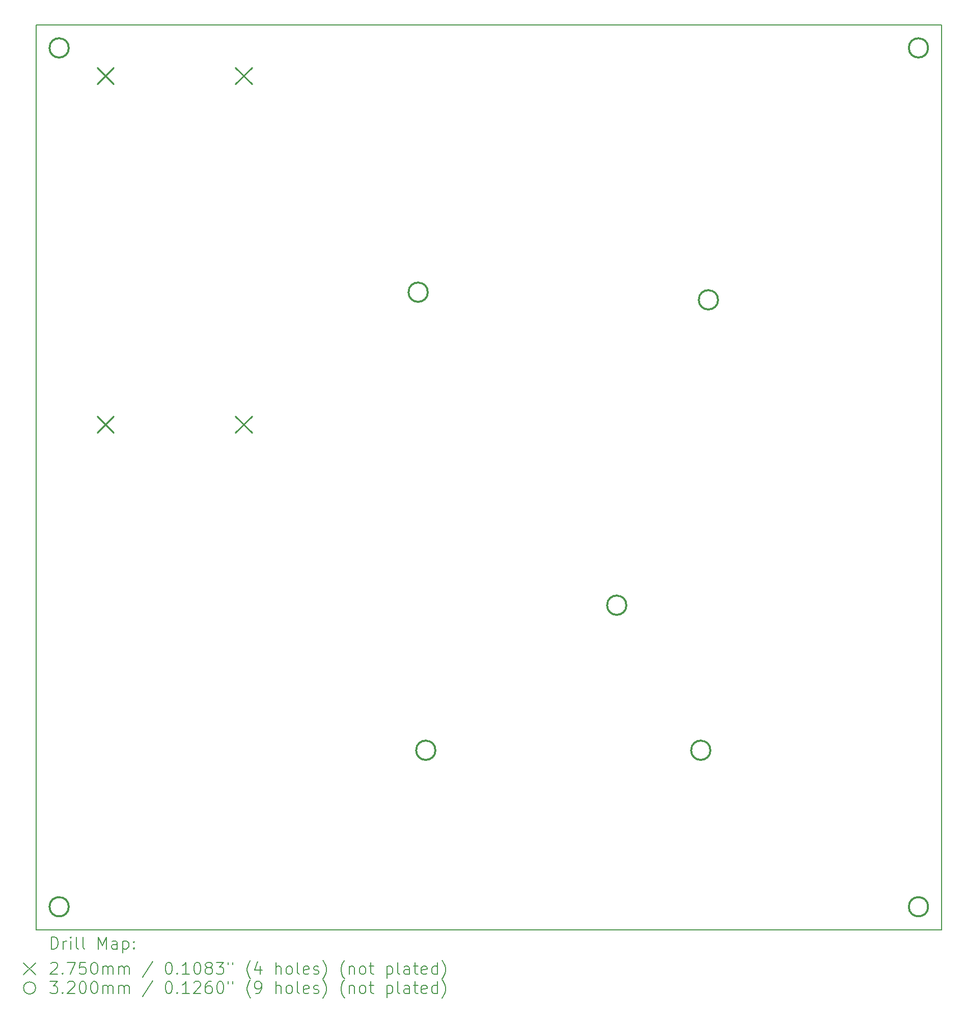
<source format=gbr>
%TF.GenerationSoftware,KiCad,Pcbnew,7.0.10*%
%TF.CreationDate,2024-03-01T12:45:31+01:00*%
%TF.ProjectId,zapdos,7a617064-6f73-42e6-9b69-6361645f7063,rev?*%
%TF.SameCoordinates,Original*%
%TF.FileFunction,Drillmap*%
%TF.FilePolarity,Positive*%
%FSLAX45Y45*%
G04 Gerber Fmt 4.5, Leading zero omitted, Abs format (unit mm)*
G04 Created by KiCad (PCBNEW 7.0.10) date 2024-03-01 12:45:31*
%MOMM*%
%LPD*%
G01*
G04 APERTURE LIST*
%ADD10C,0.200000*%
%ADD11C,0.275000*%
%ADD12C,0.320000*%
G04 APERTURE END LIST*
D10*
X18097500Y-2222500D02*
X3048000Y-2222500D01*
X3048000Y-17272000D02*
X18097500Y-17272000D01*
X18097500Y-17272000D02*
X18097500Y-2222500D01*
X3048000Y-2222500D02*
X3048000Y-17272000D01*
D11*
X4059500Y-2931500D02*
X4334500Y-3206500D01*
X4334500Y-2931500D02*
X4059500Y-3206500D01*
X4059500Y-8731500D02*
X4334500Y-9006500D01*
X4334500Y-8731500D02*
X4059500Y-9006500D01*
X6359500Y-2931500D02*
X6634500Y-3206500D01*
X6634500Y-2931500D02*
X6359500Y-3206500D01*
X6359500Y-8731500D02*
X6634500Y-9006500D01*
X6634500Y-8731500D02*
X6359500Y-9006500D01*
D12*
X3589000Y-2603500D02*
G75*
G03*
X3269000Y-2603500I-160000J0D01*
G01*
X3269000Y-2603500D02*
G75*
G03*
X3589000Y-2603500I160000J0D01*
G01*
X3589000Y-16891000D02*
G75*
G03*
X3269000Y-16891000I-160000J0D01*
G01*
X3269000Y-16891000D02*
G75*
G03*
X3589000Y-16891000I160000J0D01*
G01*
X9558000Y-6667500D02*
G75*
G03*
X9238000Y-6667500I-160000J0D01*
G01*
X9238000Y-6667500D02*
G75*
G03*
X9558000Y-6667500I160000J0D01*
G01*
X9685000Y-14287500D02*
G75*
G03*
X9365000Y-14287500I-160000J0D01*
G01*
X9365000Y-14287500D02*
G75*
G03*
X9685000Y-14287500I160000J0D01*
G01*
X12860000Y-11874500D02*
G75*
G03*
X12540000Y-11874500I-160000J0D01*
G01*
X12540000Y-11874500D02*
G75*
G03*
X12860000Y-11874500I160000J0D01*
G01*
X14257000Y-14287500D02*
G75*
G03*
X13937000Y-14287500I-160000J0D01*
G01*
X13937000Y-14287500D02*
G75*
G03*
X14257000Y-14287500I160000J0D01*
G01*
X14384000Y-6794500D02*
G75*
G03*
X14064000Y-6794500I-160000J0D01*
G01*
X14064000Y-6794500D02*
G75*
G03*
X14384000Y-6794500I160000J0D01*
G01*
X17876500Y-2603500D02*
G75*
G03*
X17556500Y-2603500I-160000J0D01*
G01*
X17556500Y-2603500D02*
G75*
G03*
X17876500Y-2603500I160000J0D01*
G01*
X17876500Y-16891000D02*
G75*
G03*
X17556500Y-16891000I-160000J0D01*
G01*
X17556500Y-16891000D02*
G75*
G03*
X17876500Y-16891000I160000J0D01*
G01*
D10*
X3298777Y-17593484D02*
X3298777Y-17393484D01*
X3298777Y-17393484D02*
X3346396Y-17393484D01*
X3346396Y-17393484D02*
X3374967Y-17403008D01*
X3374967Y-17403008D02*
X3394015Y-17422055D01*
X3394015Y-17422055D02*
X3403539Y-17441103D01*
X3403539Y-17441103D02*
X3413062Y-17479198D01*
X3413062Y-17479198D02*
X3413062Y-17507770D01*
X3413062Y-17507770D02*
X3403539Y-17545865D01*
X3403539Y-17545865D02*
X3394015Y-17564912D01*
X3394015Y-17564912D02*
X3374967Y-17583960D01*
X3374967Y-17583960D02*
X3346396Y-17593484D01*
X3346396Y-17593484D02*
X3298777Y-17593484D01*
X3498777Y-17593484D02*
X3498777Y-17460150D01*
X3498777Y-17498246D02*
X3508301Y-17479198D01*
X3508301Y-17479198D02*
X3517824Y-17469674D01*
X3517824Y-17469674D02*
X3536872Y-17460150D01*
X3536872Y-17460150D02*
X3555920Y-17460150D01*
X3622586Y-17593484D02*
X3622586Y-17460150D01*
X3622586Y-17393484D02*
X3613062Y-17403008D01*
X3613062Y-17403008D02*
X3622586Y-17412531D01*
X3622586Y-17412531D02*
X3632110Y-17403008D01*
X3632110Y-17403008D02*
X3622586Y-17393484D01*
X3622586Y-17393484D02*
X3622586Y-17412531D01*
X3746396Y-17593484D02*
X3727348Y-17583960D01*
X3727348Y-17583960D02*
X3717824Y-17564912D01*
X3717824Y-17564912D02*
X3717824Y-17393484D01*
X3851158Y-17593484D02*
X3832110Y-17583960D01*
X3832110Y-17583960D02*
X3822586Y-17564912D01*
X3822586Y-17564912D02*
X3822586Y-17393484D01*
X4079729Y-17593484D02*
X4079729Y-17393484D01*
X4079729Y-17393484D02*
X4146396Y-17536341D01*
X4146396Y-17536341D02*
X4213063Y-17393484D01*
X4213063Y-17393484D02*
X4213063Y-17593484D01*
X4394015Y-17593484D02*
X4394015Y-17488722D01*
X4394015Y-17488722D02*
X4384491Y-17469674D01*
X4384491Y-17469674D02*
X4365444Y-17460150D01*
X4365444Y-17460150D02*
X4327348Y-17460150D01*
X4327348Y-17460150D02*
X4308301Y-17469674D01*
X4394015Y-17583960D02*
X4374967Y-17593484D01*
X4374967Y-17593484D02*
X4327348Y-17593484D01*
X4327348Y-17593484D02*
X4308301Y-17583960D01*
X4308301Y-17583960D02*
X4298777Y-17564912D01*
X4298777Y-17564912D02*
X4298777Y-17545865D01*
X4298777Y-17545865D02*
X4308301Y-17526817D01*
X4308301Y-17526817D02*
X4327348Y-17517293D01*
X4327348Y-17517293D02*
X4374967Y-17517293D01*
X4374967Y-17517293D02*
X4394015Y-17507770D01*
X4489253Y-17460150D02*
X4489253Y-17660150D01*
X4489253Y-17469674D02*
X4508301Y-17460150D01*
X4508301Y-17460150D02*
X4546396Y-17460150D01*
X4546396Y-17460150D02*
X4565444Y-17469674D01*
X4565444Y-17469674D02*
X4574967Y-17479198D01*
X4574967Y-17479198D02*
X4584491Y-17498246D01*
X4584491Y-17498246D02*
X4584491Y-17555389D01*
X4584491Y-17555389D02*
X4574967Y-17574436D01*
X4574967Y-17574436D02*
X4565444Y-17583960D01*
X4565444Y-17583960D02*
X4546396Y-17593484D01*
X4546396Y-17593484D02*
X4508301Y-17593484D01*
X4508301Y-17593484D02*
X4489253Y-17583960D01*
X4670205Y-17574436D02*
X4679729Y-17583960D01*
X4679729Y-17583960D02*
X4670205Y-17593484D01*
X4670205Y-17593484D02*
X4660682Y-17583960D01*
X4660682Y-17583960D02*
X4670205Y-17574436D01*
X4670205Y-17574436D02*
X4670205Y-17593484D01*
X4670205Y-17469674D02*
X4679729Y-17479198D01*
X4679729Y-17479198D02*
X4670205Y-17488722D01*
X4670205Y-17488722D02*
X4660682Y-17479198D01*
X4660682Y-17479198D02*
X4670205Y-17469674D01*
X4670205Y-17469674D02*
X4670205Y-17488722D01*
X2838000Y-17822000D02*
X3038000Y-18022000D01*
X3038000Y-17822000D02*
X2838000Y-18022000D01*
X3289253Y-17832531D02*
X3298777Y-17823008D01*
X3298777Y-17823008D02*
X3317824Y-17813484D01*
X3317824Y-17813484D02*
X3365443Y-17813484D01*
X3365443Y-17813484D02*
X3384491Y-17823008D01*
X3384491Y-17823008D02*
X3394015Y-17832531D01*
X3394015Y-17832531D02*
X3403539Y-17851579D01*
X3403539Y-17851579D02*
X3403539Y-17870627D01*
X3403539Y-17870627D02*
X3394015Y-17899198D01*
X3394015Y-17899198D02*
X3279729Y-18013484D01*
X3279729Y-18013484D02*
X3403539Y-18013484D01*
X3489253Y-17994436D02*
X3498777Y-18003960D01*
X3498777Y-18003960D02*
X3489253Y-18013484D01*
X3489253Y-18013484D02*
X3479729Y-18003960D01*
X3479729Y-18003960D02*
X3489253Y-17994436D01*
X3489253Y-17994436D02*
X3489253Y-18013484D01*
X3565443Y-17813484D02*
X3698777Y-17813484D01*
X3698777Y-17813484D02*
X3613062Y-18013484D01*
X3870205Y-17813484D02*
X3774967Y-17813484D01*
X3774967Y-17813484D02*
X3765443Y-17908722D01*
X3765443Y-17908722D02*
X3774967Y-17899198D01*
X3774967Y-17899198D02*
X3794015Y-17889674D01*
X3794015Y-17889674D02*
X3841634Y-17889674D01*
X3841634Y-17889674D02*
X3860682Y-17899198D01*
X3860682Y-17899198D02*
X3870205Y-17908722D01*
X3870205Y-17908722D02*
X3879729Y-17927770D01*
X3879729Y-17927770D02*
X3879729Y-17975389D01*
X3879729Y-17975389D02*
X3870205Y-17994436D01*
X3870205Y-17994436D02*
X3860682Y-18003960D01*
X3860682Y-18003960D02*
X3841634Y-18013484D01*
X3841634Y-18013484D02*
X3794015Y-18013484D01*
X3794015Y-18013484D02*
X3774967Y-18003960D01*
X3774967Y-18003960D02*
X3765443Y-17994436D01*
X4003539Y-17813484D02*
X4022586Y-17813484D01*
X4022586Y-17813484D02*
X4041634Y-17823008D01*
X4041634Y-17823008D02*
X4051158Y-17832531D01*
X4051158Y-17832531D02*
X4060682Y-17851579D01*
X4060682Y-17851579D02*
X4070205Y-17889674D01*
X4070205Y-17889674D02*
X4070205Y-17937293D01*
X4070205Y-17937293D02*
X4060682Y-17975389D01*
X4060682Y-17975389D02*
X4051158Y-17994436D01*
X4051158Y-17994436D02*
X4041634Y-18003960D01*
X4041634Y-18003960D02*
X4022586Y-18013484D01*
X4022586Y-18013484D02*
X4003539Y-18013484D01*
X4003539Y-18013484D02*
X3984491Y-18003960D01*
X3984491Y-18003960D02*
X3974967Y-17994436D01*
X3974967Y-17994436D02*
X3965443Y-17975389D01*
X3965443Y-17975389D02*
X3955920Y-17937293D01*
X3955920Y-17937293D02*
X3955920Y-17889674D01*
X3955920Y-17889674D02*
X3965443Y-17851579D01*
X3965443Y-17851579D02*
X3974967Y-17832531D01*
X3974967Y-17832531D02*
X3984491Y-17823008D01*
X3984491Y-17823008D02*
X4003539Y-17813484D01*
X4155920Y-18013484D02*
X4155920Y-17880150D01*
X4155920Y-17899198D02*
X4165443Y-17889674D01*
X4165443Y-17889674D02*
X4184491Y-17880150D01*
X4184491Y-17880150D02*
X4213063Y-17880150D01*
X4213063Y-17880150D02*
X4232110Y-17889674D01*
X4232110Y-17889674D02*
X4241634Y-17908722D01*
X4241634Y-17908722D02*
X4241634Y-18013484D01*
X4241634Y-17908722D02*
X4251158Y-17889674D01*
X4251158Y-17889674D02*
X4270205Y-17880150D01*
X4270205Y-17880150D02*
X4298777Y-17880150D01*
X4298777Y-17880150D02*
X4317825Y-17889674D01*
X4317825Y-17889674D02*
X4327348Y-17908722D01*
X4327348Y-17908722D02*
X4327348Y-18013484D01*
X4422586Y-18013484D02*
X4422586Y-17880150D01*
X4422586Y-17899198D02*
X4432110Y-17889674D01*
X4432110Y-17889674D02*
X4451158Y-17880150D01*
X4451158Y-17880150D02*
X4479729Y-17880150D01*
X4479729Y-17880150D02*
X4498777Y-17889674D01*
X4498777Y-17889674D02*
X4508301Y-17908722D01*
X4508301Y-17908722D02*
X4508301Y-18013484D01*
X4508301Y-17908722D02*
X4517825Y-17889674D01*
X4517825Y-17889674D02*
X4536872Y-17880150D01*
X4536872Y-17880150D02*
X4565444Y-17880150D01*
X4565444Y-17880150D02*
X4584491Y-17889674D01*
X4584491Y-17889674D02*
X4594015Y-17908722D01*
X4594015Y-17908722D02*
X4594015Y-18013484D01*
X4984491Y-17803960D02*
X4813063Y-18061103D01*
X5241634Y-17813484D02*
X5260682Y-17813484D01*
X5260682Y-17813484D02*
X5279729Y-17823008D01*
X5279729Y-17823008D02*
X5289253Y-17832531D01*
X5289253Y-17832531D02*
X5298777Y-17851579D01*
X5298777Y-17851579D02*
X5308301Y-17889674D01*
X5308301Y-17889674D02*
X5308301Y-17937293D01*
X5308301Y-17937293D02*
X5298777Y-17975389D01*
X5298777Y-17975389D02*
X5289253Y-17994436D01*
X5289253Y-17994436D02*
X5279729Y-18003960D01*
X5279729Y-18003960D02*
X5260682Y-18013484D01*
X5260682Y-18013484D02*
X5241634Y-18013484D01*
X5241634Y-18013484D02*
X5222587Y-18003960D01*
X5222587Y-18003960D02*
X5213063Y-17994436D01*
X5213063Y-17994436D02*
X5203539Y-17975389D01*
X5203539Y-17975389D02*
X5194015Y-17937293D01*
X5194015Y-17937293D02*
X5194015Y-17889674D01*
X5194015Y-17889674D02*
X5203539Y-17851579D01*
X5203539Y-17851579D02*
X5213063Y-17832531D01*
X5213063Y-17832531D02*
X5222587Y-17823008D01*
X5222587Y-17823008D02*
X5241634Y-17813484D01*
X5394015Y-17994436D02*
X5403539Y-18003960D01*
X5403539Y-18003960D02*
X5394015Y-18013484D01*
X5394015Y-18013484D02*
X5384491Y-18003960D01*
X5384491Y-18003960D02*
X5394015Y-17994436D01*
X5394015Y-17994436D02*
X5394015Y-18013484D01*
X5594015Y-18013484D02*
X5479729Y-18013484D01*
X5536872Y-18013484D02*
X5536872Y-17813484D01*
X5536872Y-17813484D02*
X5517825Y-17842055D01*
X5517825Y-17842055D02*
X5498777Y-17861103D01*
X5498777Y-17861103D02*
X5479729Y-17870627D01*
X5717825Y-17813484D02*
X5736872Y-17813484D01*
X5736872Y-17813484D02*
X5755920Y-17823008D01*
X5755920Y-17823008D02*
X5765444Y-17832531D01*
X5765444Y-17832531D02*
X5774967Y-17851579D01*
X5774967Y-17851579D02*
X5784491Y-17889674D01*
X5784491Y-17889674D02*
X5784491Y-17937293D01*
X5784491Y-17937293D02*
X5774967Y-17975389D01*
X5774967Y-17975389D02*
X5765444Y-17994436D01*
X5765444Y-17994436D02*
X5755920Y-18003960D01*
X5755920Y-18003960D02*
X5736872Y-18013484D01*
X5736872Y-18013484D02*
X5717825Y-18013484D01*
X5717825Y-18013484D02*
X5698777Y-18003960D01*
X5698777Y-18003960D02*
X5689253Y-17994436D01*
X5689253Y-17994436D02*
X5679729Y-17975389D01*
X5679729Y-17975389D02*
X5670206Y-17937293D01*
X5670206Y-17937293D02*
X5670206Y-17889674D01*
X5670206Y-17889674D02*
X5679729Y-17851579D01*
X5679729Y-17851579D02*
X5689253Y-17832531D01*
X5689253Y-17832531D02*
X5698777Y-17823008D01*
X5698777Y-17823008D02*
X5717825Y-17813484D01*
X5898777Y-17899198D02*
X5879729Y-17889674D01*
X5879729Y-17889674D02*
X5870206Y-17880150D01*
X5870206Y-17880150D02*
X5860682Y-17861103D01*
X5860682Y-17861103D02*
X5860682Y-17851579D01*
X5860682Y-17851579D02*
X5870206Y-17832531D01*
X5870206Y-17832531D02*
X5879729Y-17823008D01*
X5879729Y-17823008D02*
X5898777Y-17813484D01*
X5898777Y-17813484D02*
X5936872Y-17813484D01*
X5936872Y-17813484D02*
X5955920Y-17823008D01*
X5955920Y-17823008D02*
X5965444Y-17832531D01*
X5965444Y-17832531D02*
X5974967Y-17851579D01*
X5974967Y-17851579D02*
X5974967Y-17861103D01*
X5974967Y-17861103D02*
X5965444Y-17880150D01*
X5965444Y-17880150D02*
X5955920Y-17889674D01*
X5955920Y-17889674D02*
X5936872Y-17899198D01*
X5936872Y-17899198D02*
X5898777Y-17899198D01*
X5898777Y-17899198D02*
X5879729Y-17908722D01*
X5879729Y-17908722D02*
X5870206Y-17918246D01*
X5870206Y-17918246D02*
X5860682Y-17937293D01*
X5860682Y-17937293D02*
X5860682Y-17975389D01*
X5860682Y-17975389D02*
X5870206Y-17994436D01*
X5870206Y-17994436D02*
X5879729Y-18003960D01*
X5879729Y-18003960D02*
X5898777Y-18013484D01*
X5898777Y-18013484D02*
X5936872Y-18013484D01*
X5936872Y-18013484D02*
X5955920Y-18003960D01*
X5955920Y-18003960D02*
X5965444Y-17994436D01*
X5965444Y-17994436D02*
X5974967Y-17975389D01*
X5974967Y-17975389D02*
X5974967Y-17937293D01*
X5974967Y-17937293D02*
X5965444Y-17918246D01*
X5965444Y-17918246D02*
X5955920Y-17908722D01*
X5955920Y-17908722D02*
X5936872Y-17899198D01*
X6041634Y-17813484D02*
X6165444Y-17813484D01*
X6165444Y-17813484D02*
X6098777Y-17889674D01*
X6098777Y-17889674D02*
X6127348Y-17889674D01*
X6127348Y-17889674D02*
X6146396Y-17899198D01*
X6146396Y-17899198D02*
X6155920Y-17908722D01*
X6155920Y-17908722D02*
X6165444Y-17927770D01*
X6165444Y-17927770D02*
X6165444Y-17975389D01*
X6165444Y-17975389D02*
X6155920Y-17994436D01*
X6155920Y-17994436D02*
X6146396Y-18003960D01*
X6146396Y-18003960D02*
X6127348Y-18013484D01*
X6127348Y-18013484D02*
X6070206Y-18013484D01*
X6070206Y-18013484D02*
X6051158Y-18003960D01*
X6051158Y-18003960D02*
X6041634Y-17994436D01*
X6241634Y-17813484D02*
X6241634Y-17851579D01*
X6317825Y-17813484D02*
X6317825Y-17851579D01*
X6613063Y-18089674D02*
X6603539Y-18080150D01*
X6603539Y-18080150D02*
X6584491Y-18051579D01*
X6584491Y-18051579D02*
X6574968Y-18032531D01*
X6574968Y-18032531D02*
X6565444Y-18003960D01*
X6565444Y-18003960D02*
X6555920Y-17956341D01*
X6555920Y-17956341D02*
X6555920Y-17918246D01*
X6555920Y-17918246D02*
X6565444Y-17870627D01*
X6565444Y-17870627D02*
X6574968Y-17842055D01*
X6574968Y-17842055D02*
X6584491Y-17823008D01*
X6584491Y-17823008D02*
X6603539Y-17794436D01*
X6603539Y-17794436D02*
X6613063Y-17784912D01*
X6774968Y-17880150D02*
X6774968Y-18013484D01*
X6727348Y-17803960D02*
X6679729Y-17946817D01*
X6679729Y-17946817D02*
X6803539Y-17946817D01*
X7032110Y-18013484D02*
X7032110Y-17813484D01*
X7117825Y-18013484D02*
X7117825Y-17908722D01*
X7117825Y-17908722D02*
X7108301Y-17889674D01*
X7108301Y-17889674D02*
X7089253Y-17880150D01*
X7089253Y-17880150D02*
X7060682Y-17880150D01*
X7060682Y-17880150D02*
X7041634Y-17889674D01*
X7041634Y-17889674D02*
X7032110Y-17899198D01*
X7241634Y-18013484D02*
X7222587Y-18003960D01*
X7222587Y-18003960D02*
X7213063Y-17994436D01*
X7213063Y-17994436D02*
X7203539Y-17975389D01*
X7203539Y-17975389D02*
X7203539Y-17918246D01*
X7203539Y-17918246D02*
X7213063Y-17899198D01*
X7213063Y-17899198D02*
X7222587Y-17889674D01*
X7222587Y-17889674D02*
X7241634Y-17880150D01*
X7241634Y-17880150D02*
X7270206Y-17880150D01*
X7270206Y-17880150D02*
X7289253Y-17889674D01*
X7289253Y-17889674D02*
X7298777Y-17899198D01*
X7298777Y-17899198D02*
X7308301Y-17918246D01*
X7308301Y-17918246D02*
X7308301Y-17975389D01*
X7308301Y-17975389D02*
X7298777Y-17994436D01*
X7298777Y-17994436D02*
X7289253Y-18003960D01*
X7289253Y-18003960D02*
X7270206Y-18013484D01*
X7270206Y-18013484D02*
X7241634Y-18013484D01*
X7422587Y-18013484D02*
X7403539Y-18003960D01*
X7403539Y-18003960D02*
X7394015Y-17984912D01*
X7394015Y-17984912D02*
X7394015Y-17813484D01*
X7574968Y-18003960D02*
X7555920Y-18013484D01*
X7555920Y-18013484D02*
X7517825Y-18013484D01*
X7517825Y-18013484D02*
X7498777Y-18003960D01*
X7498777Y-18003960D02*
X7489253Y-17984912D01*
X7489253Y-17984912D02*
X7489253Y-17908722D01*
X7489253Y-17908722D02*
X7498777Y-17889674D01*
X7498777Y-17889674D02*
X7517825Y-17880150D01*
X7517825Y-17880150D02*
X7555920Y-17880150D01*
X7555920Y-17880150D02*
X7574968Y-17889674D01*
X7574968Y-17889674D02*
X7584491Y-17908722D01*
X7584491Y-17908722D02*
X7584491Y-17927770D01*
X7584491Y-17927770D02*
X7489253Y-17946817D01*
X7660682Y-18003960D02*
X7679730Y-18013484D01*
X7679730Y-18013484D02*
X7717825Y-18013484D01*
X7717825Y-18013484D02*
X7736872Y-18003960D01*
X7736872Y-18003960D02*
X7746396Y-17984912D01*
X7746396Y-17984912D02*
X7746396Y-17975389D01*
X7746396Y-17975389D02*
X7736872Y-17956341D01*
X7736872Y-17956341D02*
X7717825Y-17946817D01*
X7717825Y-17946817D02*
X7689253Y-17946817D01*
X7689253Y-17946817D02*
X7670206Y-17937293D01*
X7670206Y-17937293D02*
X7660682Y-17918246D01*
X7660682Y-17918246D02*
X7660682Y-17908722D01*
X7660682Y-17908722D02*
X7670206Y-17889674D01*
X7670206Y-17889674D02*
X7689253Y-17880150D01*
X7689253Y-17880150D02*
X7717825Y-17880150D01*
X7717825Y-17880150D02*
X7736872Y-17889674D01*
X7813063Y-18089674D02*
X7822587Y-18080150D01*
X7822587Y-18080150D02*
X7841634Y-18051579D01*
X7841634Y-18051579D02*
X7851158Y-18032531D01*
X7851158Y-18032531D02*
X7860682Y-18003960D01*
X7860682Y-18003960D02*
X7870206Y-17956341D01*
X7870206Y-17956341D02*
X7870206Y-17918246D01*
X7870206Y-17918246D02*
X7860682Y-17870627D01*
X7860682Y-17870627D02*
X7851158Y-17842055D01*
X7851158Y-17842055D02*
X7841634Y-17823008D01*
X7841634Y-17823008D02*
X7822587Y-17794436D01*
X7822587Y-17794436D02*
X7813063Y-17784912D01*
X8174968Y-18089674D02*
X8165444Y-18080150D01*
X8165444Y-18080150D02*
X8146396Y-18051579D01*
X8146396Y-18051579D02*
X8136872Y-18032531D01*
X8136872Y-18032531D02*
X8127349Y-18003960D01*
X8127349Y-18003960D02*
X8117825Y-17956341D01*
X8117825Y-17956341D02*
X8117825Y-17918246D01*
X8117825Y-17918246D02*
X8127349Y-17870627D01*
X8127349Y-17870627D02*
X8136872Y-17842055D01*
X8136872Y-17842055D02*
X8146396Y-17823008D01*
X8146396Y-17823008D02*
X8165444Y-17794436D01*
X8165444Y-17794436D02*
X8174968Y-17784912D01*
X8251158Y-17880150D02*
X8251158Y-18013484D01*
X8251158Y-17899198D02*
X8260682Y-17889674D01*
X8260682Y-17889674D02*
X8279730Y-17880150D01*
X8279730Y-17880150D02*
X8308301Y-17880150D01*
X8308301Y-17880150D02*
X8327349Y-17889674D01*
X8327349Y-17889674D02*
X8336872Y-17908722D01*
X8336872Y-17908722D02*
X8336872Y-18013484D01*
X8460682Y-18013484D02*
X8441634Y-18003960D01*
X8441634Y-18003960D02*
X8432111Y-17994436D01*
X8432111Y-17994436D02*
X8422587Y-17975389D01*
X8422587Y-17975389D02*
X8422587Y-17918246D01*
X8422587Y-17918246D02*
X8432111Y-17899198D01*
X8432111Y-17899198D02*
X8441634Y-17889674D01*
X8441634Y-17889674D02*
X8460682Y-17880150D01*
X8460682Y-17880150D02*
X8489254Y-17880150D01*
X8489254Y-17880150D02*
X8508301Y-17889674D01*
X8508301Y-17889674D02*
X8517825Y-17899198D01*
X8517825Y-17899198D02*
X8527349Y-17918246D01*
X8527349Y-17918246D02*
X8527349Y-17975389D01*
X8527349Y-17975389D02*
X8517825Y-17994436D01*
X8517825Y-17994436D02*
X8508301Y-18003960D01*
X8508301Y-18003960D02*
X8489254Y-18013484D01*
X8489254Y-18013484D02*
X8460682Y-18013484D01*
X8584492Y-17880150D02*
X8660682Y-17880150D01*
X8613063Y-17813484D02*
X8613063Y-17984912D01*
X8613063Y-17984912D02*
X8622587Y-18003960D01*
X8622587Y-18003960D02*
X8641634Y-18013484D01*
X8641634Y-18013484D02*
X8660682Y-18013484D01*
X8879730Y-17880150D02*
X8879730Y-18080150D01*
X8879730Y-17889674D02*
X8898777Y-17880150D01*
X8898777Y-17880150D02*
X8936873Y-17880150D01*
X8936873Y-17880150D02*
X8955920Y-17889674D01*
X8955920Y-17889674D02*
X8965444Y-17899198D01*
X8965444Y-17899198D02*
X8974968Y-17918246D01*
X8974968Y-17918246D02*
X8974968Y-17975389D01*
X8974968Y-17975389D02*
X8965444Y-17994436D01*
X8965444Y-17994436D02*
X8955920Y-18003960D01*
X8955920Y-18003960D02*
X8936873Y-18013484D01*
X8936873Y-18013484D02*
X8898777Y-18013484D01*
X8898777Y-18013484D02*
X8879730Y-18003960D01*
X9089254Y-18013484D02*
X9070206Y-18003960D01*
X9070206Y-18003960D02*
X9060682Y-17984912D01*
X9060682Y-17984912D02*
X9060682Y-17813484D01*
X9251158Y-18013484D02*
X9251158Y-17908722D01*
X9251158Y-17908722D02*
X9241635Y-17889674D01*
X9241635Y-17889674D02*
X9222587Y-17880150D01*
X9222587Y-17880150D02*
X9184492Y-17880150D01*
X9184492Y-17880150D02*
X9165444Y-17889674D01*
X9251158Y-18003960D02*
X9232111Y-18013484D01*
X9232111Y-18013484D02*
X9184492Y-18013484D01*
X9184492Y-18013484D02*
X9165444Y-18003960D01*
X9165444Y-18003960D02*
X9155920Y-17984912D01*
X9155920Y-17984912D02*
X9155920Y-17965865D01*
X9155920Y-17965865D02*
X9165444Y-17946817D01*
X9165444Y-17946817D02*
X9184492Y-17937293D01*
X9184492Y-17937293D02*
X9232111Y-17937293D01*
X9232111Y-17937293D02*
X9251158Y-17927770D01*
X9317825Y-17880150D02*
X9394015Y-17880150D01*
X9346396Y-17813484D02*
X9346396Y-17984912D01*
X9346396Y-17984912D02*
X9355920Y-18003960D01*
X9355920Y-18003960D02*
X9374968Y-18013484D01*
X9374968Y-18013484D02*
X9394015Y-18013484D01*
X9536873Y-18003960D02*
X9517825Y-18013484D01*
X9517825Y-18013484D02*
X9479730Y-18013484D01*
X9479730Y-18013484D02*
X9460682Y-18003960D01*
X9460682Y-18003960D02*
X9451158Y-17984912D01*
X9451158Y-17984912D02*
X9451158Y-17908722D01*
X9451158Y-17908722D02*
X9460682Y-17889674D01*
X9460682Y-17889674D02*
X9479730Y-17880150D01*
X9479730Y-17880150D02*
X9517825Y-17880150D01*
X9517825Y-17880150D02*
X9536873Y-17889674D01*
X9536873Y-17889674D02*
X9546396Y-17908722D01*
X9546396Y-17908722D02*
X9546396Y-17927770D01*
X9546396Y-17927770D02*
X9451158Y-17946817D01*
X9717825Y-18013484D02*
X9717825Y-17813484D01*
X9717825Y-18003960D02*
X9698777Y-18013484D01*
X9698777Y-18013484D02*
X9660682Y-18013484D01*
X9660682Y-18013484D02*
X9641635Y-18003960D01*
X9641635Y-18003960D02*
X9632111Y-17994436D01*
X9632111Y-17994436D02*
X9622587Y-17975389D01*
X9622587Y-17975389D02*
X9622587Y-17918246D01*
X9622587Y-17918246D02*
X9632111Y-17899198D01*
X9632111Y-17899198D02*
X9641635Y-17889674D01*
X9641635Y-17889674D02*
X9660682Y-17880150D01*
X9660682Y-17880150D02*
X9698777Y-17880150D01*
X9698777Y-17880150D02*
X9717825Y-17889674D01*
X9794016Y-18089674D02*
X9803539Y-18080150D01*
X9803539Y-18080150D02*
X9822587Y-18051579D01*
X9822587Y-18051579D02*
X9832111Y-18032531D01*
X9832111Y-18032531D02*
X9841635Y-18003960D01*
X9841635Y-18003960D02*
X9851158Y-17956341D01*
X9851158Y-17956341D02*
X9851158Y-17918246D01*
X9851158Y-17918246D02*
X9841635Y-17870627D01*
X9841635Y-17870627D02*
X9832111Y-17842055D01*
X9832111Y-17842055D02*
X9822587Y-17823008D01*
X9822587Y-17823008D02*
X9803539Y-17794436D01*
X9803539Y-17794436D02*
X9794016Y-17784912D01*
X3038000Y-18242000D02*
G75*
G03*
X2838000Y-18242000I-100000J0D01*
G01*
X2838000Y-18242000D02*
G75*
G03*
X3038000Y-18242000I100000J0D01*
G01*
X3279729Y-18133484D02*
X3403539Y-18133484D01*
X3403539Y-18133484D02*
X3336872Y-18209674D01*
X3336872Y-18209674D02*
X3365443Y-18209674D01*
X3365443Y-18209674D02*
X3384491Y-18219198D01*
X3384491Y-18219198D02*
X3394015Y-18228722D01*
X3394015Y-18228722D02*
X3403539Y-18247770D01*
X3403539Y-18247770D02*
X3403539Y-18295389D01*
X3403539Y-18295389D02*
X3394015Y-18314436D01*
X3394015Y-18314436D02*
X3384491Y-18323960D01*
X3384491Y-18323960D02*
X3365443Y-18333484D01*
X3365443Y-18333484D02*
X3308301Y-18333484D01*
X3308301Y-18333484D02*
X3289253Y-18323960D01*
X3289253Y-18323960D02*
X3279729Y-18314436D01*
X3489253Y-18314436D02*
X3498777Y-18323960D01*
X3498777Y-18323960D02*
X3489253Y-18333484D01*
X3489253Y-18333484D02*
X3479729Y-18323960D01*
X3479729Y-18323960D02*
X3489253Y-18314436D01*
X3489253Y-18314436D02*
X3489253Y-18333484D01*
X3574967Y-18152531D02*
X3584491Y-18143008D01*
X3584491Y-18143008D02*
X3603539Y-18133484D01*
X3603539Y-18133484D02*
X3651158Y-18133484D01*
X3651158Y-18133484D02*
X3670205Y-18143008D01*
X3670205Y-18143008D02*
X3679729Y-18152531D01*
X3679729Y-18152531D02*
X3689253Y-18171579D01*
X3689253Y-18171579D02*
X3689253Y-18190627D01*
X3689253Y-18190627D02*
X3679729Y-18219198D01*
X3679729Y-18219198D02*
X3565443Y-18333484D01*
X3565443Y-18333484D02*
X3689253Y-18333484D01*
X3813062Y-18133484D02*
X3832110Y-18133484D01*
X3832110Y-18133484D02*
X3851158Y-18143008D01*
X3851158Y-18143008D02*
X3860682Y-18152531D01*
X3860682Y-18152531D02*
X3870205Y-18171579D01*
X3870205Y-18171579D02*
X3879729Y-18209674D01*
X3879729Y-18209674D02*
X3879729Y-18257293D01*
X3879729Y-18257293D02*
X3870205Y-18295389D01*
X3870205Y-18295389D02*
X3860682Y-18314436D01*
X3860682Y-18314436D02*
X3851158Y-18323960D01*
X3851158Y-18323960D02*
X3832110Y-18333484D01*
X3832110Y-18333484D02*
X3813062Y-18333484D01*
X3813062Y-18333484D02*
X3794015Y-18323960D01*
X3794015Y-18323960D02*
X3784491Y-18314436D01*
X3784491Y-18314436D02*
X3774967Y-18295389D01*
X3774967Y-18295389D02*
X3765443Y-18257293D01*
X3765443Y-18257293D02*
X3765443Y-18209674D01*
X3765443Y-18209674D02*
X3774967Y-18171579D01*
X3774967Y-18171579D02*
X3784491Y-18152531D01*
X3784491Y-18152531D02*
X3794015Y-18143008D01*
X3794015Y-18143008D02*
X3813062Y-18133484D01*
X4003539Y-18133484D02*
X4022586Y-18133484D01*
X4022586Y-18133484D02*
X4041634Y-18143008D01*
X4041634Y-18143008D02*
X4051158Y-18152531D01*
X4051158Y-18152531D02*
X4060682Y-18171579D01*
X4060682Y-18171579D02*
X4070205Y-18209674D01*
X4070205Y-18209674D02*
X4070205Y-18257293D01*
X4070205Y-18257293D02*
X4060682Y-18295389D01*
X4060682Y-18295389D02*
X4051158Y-18314436D01*
X4051158Y-18314436D02*
X4041634Y-18323960D01*
X4041634Y-18323960D02*
X4022586Y-18333484D01*
X4022586Y-18333484D02*
X4003539Y-18333484D01*
X4003539Y-18333484D02*
X3984491Y-18323960D01*
X3984491Y-18323960D02*
X3974967Y-18314436D01*
X3974967Y-18314436D02*
X3965443Y-18295389D01*
X3965443Y-18295389D02*
X3955920Y-18257293D01*
X3955920Y-18257293D02*
X3955920Y-18209674D01*
X3955920Y-18209674D02*
X3965443Y-18171579D01*
X3965443Y-18171579D02*
X3974967Y-18152531D01*
X3974967Y-18152531D02*
X3984491Y-18143008D01*
X3984491Y-18143008D02*
X4003539Y-18133484D01*
X4155920Y-18333484D02*
X4155920Y-18200150D01*
X4155920Y-18219198D02*
X4165443Y-18209674D01*
X4165443Y-18209674D02*
X4184491Y-18200150D01*
X4184491Y-18200150D02*
X4213063Y-18200150D01*
X4213063Y-18200150D02*
X4232110Y-18209674D01*
X4232110Y-18209674D02*
X4241634Y-18228722D01*
X4241634Y-18228722D02*
X4241634Y-18333484D01*
X4241634Y-18228722D02*
X4251158Y-18209674D01*
X4251158Y-18209674D02*
X4270205Y-18200150D01*
X4270205Y-18200150D02*
X4298777Y-18200150D01*
X4298777Y-18200150D02*
X4317825Y-18209674D01*
X4317825Y-18209674D02*
X4327348Y-18228722D01*
X4327348Y-18228722D02*
X4327348Y-18333484D01*
X4422586Y-18333484D02*
X4422586Y-18200150D01*
X4422586Y-18219198D02*
X4432110Y-18209674D01*
X4432110Y-18209674D02*
X4451158Y-18200150D01*
X4451158Y-18200150D02*
X4479729Y-18200150D01*
X4479729Y-18200150D02*
X4498777Y-18209674D01*
X4498777Y-18209674D02*
X4508301Y-18228722D01*
X4508301Y-18228722D02*
X4508301Y-18333484D01*
X4508301Y-18228722D02*
X4517825Y-18209674D01*
X4517825Y-18209674D02*
X4536872Y-18200150D01*
X4536872Y-18200150D02*
X4565444Y-18200150D01*
X4565444Y-18200150D02*
X4584491Y-18209674D01*
X4584491Y-18209674D02*
X4594015Y-18228722D01*
X4594015Y-18228722D02*
X4594015Y-18333484D01*
X4984491Y-18123960D02*
X4813063Y-18381103D01*
X5241634Y-18133484D02*
X5260682Y-18133484D01*
X5260682Y-18133484D02*
X5279729Y-18143008D01*
X5279729Y-18143008D02*
X5289253Y-18152531D01*
X5289253Y-18152531D02*
X5298777Y-18171579D01*
X5298777Y-18171579D02*
X5308301Y-18209674D01*
X5308301Y-18209674D02*
X5308301Y-18257293D01*
X5308301Y-18257293D02*
X5298777Y-18295389D01*
X5298777Y-18295389D02*
X5289253Y-18314436D01*
X5289253Y-18314436D02*
X5279729Y-18323960D01*
X5279729Y-18323960D02*
X5260682Y-18333484D01*
X5260682Y-18333484D02*
X5241634Y-18333484D01*
X5241634Y-18333484D02*
X5222587Y-18323960D01*
X5222587Y-18323960D02*
X5213063Y-18314436D01*
X5213063Y-18314436D02*
X5203539Y-18295389D01*
X5203539Y-18295389D02*
X5194015Y-18257293D01*
X5194015Y-18257293D02*
X5194015Y-18209674D01*
X5194015Y-18209674D02*
X5203539Y-18171579D01*
X5203539Y-18171579D02*
X5213063Y-18152531D01*
X5213063Y-18152531D02*
X5222587Y-18143008D01*
X5222587Y-18143008D02*
X5241634Y-18133484D01*
X5394015Y-18314436D02*
X5403539Y-18323960D01*
X5403539Y-18323960D02*
X5394015Y-18333484D01*
X5394015Y-18333484D02*
X5384491Y-18323960D01*
X5384491Y-18323960D02*
X5394015Y-18314436D01*
X5394015Y-18314436D02*
X5394015Y-18333484D01*
X5594015Y-18333484D02*
X5479729Y-18333484D01*
X5536872Y-18333484D02*
X5536872Y-18133484D01*
X5536872Y-18133484D02*
X5517825Y-18162055D01*
X5517825Y-18162055D02*
X5498777Y-18181103D01*
X5498777Y-18181103D02*
X5479729Y-18190627D01*
X5670206Y-18152531D02*
X5679729Y-18143008D01*
X5679729Y-18143008D02*
X5698777Y-18133484D01*
X5698777Y-18133484D02*
X5746396Y-18133484D01*
X5746396Y-18133484D02*
X5765444Y-18143008D01*
X5765444Y-18143008D02*
X5774967Y-18152531D01*
X5774967Y-18152531D02*
X5784491Y-18171579D01*
X5784491Y-18171579D02*
X5784491Y-18190627D01*
X5784491Y-18190627D02*
X5774967Y-18219198D01*
X5774967Y-18219198D02*
X5660682Y-18333484D01*
X5660682Y-18333484D02*
X5784491Y-18333484D01*
X5955920Y-18133484D02*
X5917825Y-18133484D01*
X5917825Y-18133484D02*
X5898777Y-18143008D01*
X5898777Y-18143008D02*
X5889253Y-18152531D01*
X5889253Y-18152531D02*
X5870206Y-18181103D01*
X5870206Y-18181103D02*
X5860682Y-18219198D01*
X5860682Y-18219198D02*
X5860682Y-18295389D01*
X5860682Y-18295389D02*
X5870206Y-18314436D01*
X5870206Y-18314436D02*
X5879729Y-18323960D01*
X5879729Y-18323960D02*
X5898777Y-18333484D01*
X5898777Y-18333484D02*
X5936872Y-18333484D01*
X5936872Y-18333484D02*
X5955920Y-18323960D01*
X5955920Y-18323960D02*
X5965444Y-18314436D01*
X5965444Y-18314436D02*
X5974967Y-18295389D01*
X5974967Y-18295389D02*
X5974967Y-18247770D01*
X5974967Y-18247770D02*
X5965444Y-18228722D01*
X5965444Y-18228722D02*
X5955920Y-18219198D01*
X5955920Y-18219198D02*
X5936872Y-18209674D01*
X5936872Y-18209674D02*
X5898777Y-18209674D01*
X5898777Y-18209674D02*
X5879729Y-18219198D01*
X5879729Y-18219198D02*
X5870206Y-18228722D01*
X5870206Y-18228722D02*
X5860682Y-18247770D01*
X6098777Y-18133484D02*
X6117825Y-18133484D01*
X6117825Y-18133484D02*
X6136872Y-18143008D01*
X6136872Y-18143008D02*
X6146396Y-18152531D01*
X6146396Y-18152531D02*
X6155920Y-18171579D01*
X6155920Y-18171579D02*
X6165444Y-18209674D01*
X6165444Y-18209674D02*
X6165444Y-18257293D01*
X6165444Y-18257293D02*
X6155920Y-18295389D01*
X6155920Y-18295389D02*
X6146396Y-18314436D01*
X6146396Y-18314436D02*
X6136872Y-18323960D01*
X6136872Y-18323960D02*
X6117825Y-18333484D01*
X6117825Y-18333484D02*
X6098777Y-18333484D01*
X6098777Y-18333484D02*
X6079729Y-18323960D01*
X6079729Y-18323960D02*
X6070206Y-18314436D01*
X6070206Y-18314436D02*
X6060682Y-18295389D01*
X6060682Y-18295389D02*
X6051158Y-18257293D01*
X6051158Y-18257293D02*
X6051158Y-18209674D01*
X6051158Y-18209674D02*
X6060682Y-18171579D01*
X6060682Y-18171579D02*
X6070206Y-18152531D01*
X6070206Y-18152531D02*
X6079729Y-18143008D01*
X6079729Y-18143008D02*
X6098777Y-18133484D01*
X6241634Y-18133484D02*
X6241634Y-18171579D01*
X6317825Y-18133484D02*
X6317825Y-18171579D01*
X6613063Y-18409674D02*
X6603539Y-18400150D01*
X6603539Y-18400150D02*
X6584491Y-18371579D01*
X6584491Y-18371579D02*
X6574968Y-18352531D01*
X6574968Y-18352531D02*
X6565444Y-18323960D01*
X6565444Y-18323960D02*
X6555920Y-18276341D01*
X6555920Y-18276341D02*
X6555920Y-18238246D01*
X6555920Y-18238246D02*
X6565444Y-18190627D01*
X6565444Y-18190627D02*
X6574968Y-18162055D01*
X6574968Y-18162055D02*
X6584491Y-18143008D01*
X6584491Y-18143008D02*
X6603539Y-18114436D01*
X6603539Y-18114436D02*
X6613063Y-18104912D01*
X6698777Y-18333484D02*
X6736872Y-18333484D01*
X6736872Y-18333484D02*
X6755920Y-18323960D01*
X6755920Y-18323960D02*
X6765444Y-18314436D01*
X6765444Y-18314436D02*
X6784491Y-18285865D01*
X6784491Y-18285865D02*
X6794015Y-18247770D01*
X6794015Y-18247770D02*
X6794015Y-18171579D01*
X6794015Y-18171579D02*
X6784491Y-18152531D01*
X6784491Y-18152531D02*
X6774968Y-18143008D01*
X6774968Y-18143008D02*
X6755920Y-18133484D01*
X6755920Y-18133484D02*
X6717825Y-18133484D01*
X6717825Y-18133484D02*
X6698777Y-18143008D01*
X6698777Y-18143008D02*
X6689253Y-18152531D01*
X6689253Y-18152531D02*
X6679729Y-18171579D01*
X6679729Y-18171579D02*
X6679729Y-18219198D01*
X6679729Y-18219198D02*
X6689253Y-18238246D01*
X6689253Y-18238246D02*
X6698777Y-18247770D01*
X6698777Y-18247770D02*
X6717825Y-18257293D01*
X6717825Y-18257293D02*
X6755920Y-18257293D01*
X6755920Y-18257293D02*
X6774968Y-18247770D01*
X6774968Y-18247770D02*
X6784491Y-18238246D01*
X6784491Y-18238246D02*
X6794015Y-18219198D01*
X7032110Y-18333484D02*
X7032110Y-18133484D01*
X7117825Y-18333484D02*
X7117825Y-18228722D01*
X7117825Y-18228722D02*
X7108301Y-18209674D01*
X7108301Y-18209674D02*
X7089253Y-18200150D01*
X7089253Y-18200150D02*
X7060682Y-18200150D01*
X7060682Y-18200150D02*
X7041634Y-18209674D01*
X7041634Y-18209674D02*
X7032110Y-18219198D01*
X7241634Y-18333484D02*
X7222587Y-18323960D01*
X7222587Y-18323960D02*
X7213063Y-18314436D01*
X7213063Y-18314436D02*
X7203539Y-18295389D01*
X7203539Y-18295389D02*
X7203539Y-18238246D01*
X7203539Y-18238246D02*
X7213063Y-18219198D01*
X7213063Y-18219198D02*
X7222587Y-18209674D01*
X7222587Y-18209674D02*
X7241634Y-18200150D01*
X7241634Y-18200150D02*
X7270206Y-18200150D01*
X7270206Y-18200150D02*
X7289253Y-18209674D01*
X7289253Y-18209674D02*
X7298777Y-18219198D01*
X7298777Y-18219198D02*
X7308301Y-18238246D01*
X7308301Y-18238246D02*
X7308301Y-18295389D01*
X7308301Y-18295389D02*
X7298777Y-18314436D01*
X7298777Y-18314436D02*
X7289253Y-18323960D01*
X7289253Y-18323960D02*
X7270206Y-18333484D01*
X7270206Y-18333484D02*
X7241634Y-18333484D01*
X7422587Y-18333484D02*
X7403539Y-18323960D01*
X7403539Y-18323960D02*
X7394015Y-18304912D01*
X7394015Y-18304912D02*
X7394015Y-18133484D01*
X7574968Y-18323960D02*
X7555920Y-18333484D01*
X7555920Y-18333484D02*
X7517825Y-18333484D01*
X7517825Y-18333484D02*
X7498777Y-18323960D01*
X7498777Y-18323960D02*
X7489253Y-18304912D01*
X7489253Y-18304912D02*
X7489253Y-18228722D01*
X7489253Y-18228722D02*
X7498777Y-18209674D01*
X7498777Y-18209674D02*
X7517825Y-18200150D01*
X7517825Y-18200150D02*
X7555920Y-18200150D01*
X7555920Y-18200150D02*
X7574968Y-18209674D01*
X7574968Y-18209674D02*
X7584491Y-18228722D01*
X7584491Y-18228722D02*
X7584491Y-18247770D01*
X7584491Y-18247770D02*
X7489253Y-18266817D01*
X7660682Y-18323960D02*
X7679730Y-18333484D01*
X7679730Y-18333484D02*
X7717825Y-18333484D01*
X7717825Y-18333484D02*
X7736872Y-18323960D01*
X7736872Y-18323960D02*
X7746396Y-18304912D01*
X7746396Y-18304912D02*
X7746396Y-18295389D01*
X7746396Y-18295389D02*
X7736872Y-18276341D01*
X7736872Y-18276341D02*
X7717825Y-18266817D01*
X7717825Y-18266817D02*
X7689253Y-18266817D01*
X7689253Y-18266817D02*
X7670206Y-18257293D01*
X7670206Y-18257293D02*
X7660682Y-18238246D01*
X7660682Y-18238246D02*
X7660682Y-18228722D01*
X7660682Y-18228722D02*
X7670206Y-18209674D01*
X7670206Y-18209674D02*
X7689253Y-18200150D01*
X7689253Y-18200150D02*
X7717825Y-18200150D01*
X7717825Y-18200150D02*
X7736872Y-18209674D01*
X7813063Y-18409674D02*
X7822587Y-18400150D01*
X7822587Y-18400150D02*
X7841634Y-18371579D01*
X7841634Y-18371579D02*
X7851158Y-18352531D01*
X7851158Y-18352531D02*
X7860682Y-18323960D01*
X7860682Y-18323960D02*
X7870206Y-18276341D01*
X7870206Y-18276341D02*
X7870206Y-18238246D01*
X7870206Y-18238246D02*
X7860682Y-18190627D01*
X7860682Y-18190627D02*
X7851158Y-18162055D01*
X7851158Y-18162055D02*
X7841634Y-18143008D01*
X7841634Y-18143008D02*
X7822587Y-18114436D01*
X7822587Y-18114436D02*
X7813063Y-18104912D01*
X8174968Y-18409674D02*
X8165444Y-18400150D01*
X8165444Y-18400150D02*
X8146396Y-18371579D01*
X8146396Y-18371579D02*
X8136872Y-18352531D01*
X8136872Y-18352531D02*
X8127349Y-18323960D01*
X8127349Y-18323960D02*
X8117825Y-18276341D01*
X8117825Y-18276341D02*
X8117825Y-18238246D01*
X8117825Y-18238246D02*
X8127349Y-18190627D01*
X8127349Y-18190627D02*
X8136872Y-18162055D01*
X8136872Y-18162055D02*
X8146396Y-18143008D01*
X8146396Y-18143008D02*
X8165444Y-18114436D01*
X8165444Y-18114436D02*
X8174968Y-18104912D01*
X8251158Y-18200150D02*
X8251158Y-18333484D01*
X8251158Y-18219198D02*
X8260682Y-18209674D01*
X8260682Y-18209674D02*
X8279730Y-18200150D01*
X8279730Y-18200150D02*
X8308301Y-18200150D01*
X8308301Y-18200150D02*
X8327349Y-18209674D01*
X8327349Y-18209674D02*
X8336872Y-18228722D01*
X8336872Y-18228722D02*
X8336872Y-18333484D01*
X8460682Y-18333484D02*
X8441634Y-18323960D01*
X8441634Y-18323960D02*
X8432111Y-18314436D01*
X8432111Y-18314436D02*
X8422587Y-18295389D01*
X8422587Y-18295389D02*
X8422587Y-18238246D01*
X8422587Y-18238246D02*
X8432111Y-18219198D01*
X8432111Y-18219198D02*
X8441634Y-18209674D01*
X8441634Y-18209674D02*
X8460682Y-18200150D01*
X8460682Y-18200150D02*
X8489254Y-18200150D01*
X8489254Y-18200150D02*
X8508301Y-18209674D01*
X8508301Y-18209674D02*
X8517825Y-18219198D01*
X8517825Y-18219198D02*
X8527349Y-18238246D01*
X8527349Y-18238246D02*
X8527349Y-18295389D01*
X8527349Y-18295389D02*
X8517825Y-18314436D01*
X8517825Y-18314436D02*
X8508301Y-18323960D01*
X8508301Y-18323960D02*
X8489254Y-18333484D01*
X8489254Y-18333484D02*
X8460682Y-18333484D01*
X8584492Y-18200150D02*
X8660682Y-18200150D01*
X8613063Y-18133484D02*
X8613063Y-18304912D01*
X8613063Y-18304912D02*
X8622587Y-18323960D01*
X8622587Y-18323960D02*
X8641634Y-18333484D01*
X8641634Y-18333484D02*
X8660682Y-18333484D01*
X8879730Y-18200150D02*
X8879730Y-18400150D01*
X8879730Y-18209674D02*
X8898777Y-18200150D01*
X8898777Y-18200150D02*
X8936873Y-18200150D01*
X8936873Y-18200150D02*
X8955920Y-18209674D01*
X8955920Y-18209674D02*
X8965444Y-18219198D01*
X8965444Y-18219198D02*
X8974968Y-18238246D01*
X8974968Y-18238246D02*
X8974968Y-18295389D01*
X8974968Y-18295389D02*
X8965444Y-18314436D01*
X8965444Y-18314436D02*
X8955920Y-18323960D01*
X8955920Y-18323960D02*
X8936873Y-18333484D01*
X8936873Y-18333484D02*
X8898777Y-18333484D01*
X8898777Y-18333484D02*
X8879730Y-18323960D01*
X9089254Y-18333484D02*
X9070206Y-18323960D01*
X9070206Y-18323960D02*
X9060682Y-18304912D01*
X9060682Y-18304912D02*
X9060682Y-18133484D01*
X9251158Y-18333484D02*
X9251158Y-18228722D01*
X9251158Y-18228722D02*
X9241635Y-18209674D01*
X9241635Y-18209674D02*
X9222587Y-18200150D01*
X9222587Y-18200150D02*
X9184492Y-18200150D01*
X9184492Y-18200150D02*
X9165444Y-18209674D01*
X9251158Y-18323960D02*
X9232111Y-18333484D01*
X9232111Y-18333484D02*
X9184492Y-18333484D01*
X9184492Y-18333484D02*
X9165444Y-18323960D01*
X9165444Y-18323960D02*
X9155920Y-18304912D01*
X9155920Y-18304912D02*
X9155920Y-18285865D01*
X9155920Y-18285865D02*
X9165444Y-18266817D01*
X9165444Y-18266817D02*
X9184492Y-18257293D01*
X9184492Y-18257293D02*
X9232111Y-18257293D01*
X9232111Y-18257293D02*
X9251158Y-18247770D01*
X9317825Y-18200150D02*
X9394015Y-18200150D01*
X9346396Y-18133484D02*
X9346396Y-18304912D01*
X9346396Y-18304912D02*
X9355920Y-18323960D01*
X9355920Y-18323960D02*
X9374968Y-18333484D01*
X9374968Y-18333484D02*
X9394015Y-18333484D01*
X9536873Y-18323960D02*
X9517825Y-18333484D01*
X9517825Y-18333484D02*
X9479730Y-18333484D01*
X9479730Y-18333484D02*
X9460682Y-18323960D01*
X9460682Y-18323960D02*
X9451158Y-18304912D01*
X9451158Y-18304912D02*
X9451158Y-18228722D01*
X9451158Y-18228722D02*
X9460682Y-18209674D01*
X9460682Y-18209674D02*
X9479730Y-18200150D01*
X9479730Y-18200150D02*
X9517825Y-18200150D01*
X9517825Y-18200150D02*
X9536873Y-18209674D01*
X9536873Y-18209674D02*
X9546396Y-18228722D01*
X9546396Y-18228722D02*
X9546396Y-18247770D01*
X9546396Y-18247770D02*
X9451158Y-18266817D01*
X9717825Y-18333484D02*
X9717825Y-18133484D01*
X9717825Y-18323960D02*
X9698777Y-18333484D01*
X9698777Y-18333484D02*
X9660682Y-18333484D01*
X9660682Y-18333484D02*
X9641635Y-18323960D01*
X9641635Y-18323960D02*
X9632111Y-18314436D01*
X9632111Y-18314436D02*
X9622587Y-18295389D01*
X9622587Y-18295389D02*
X9622587Y-18238246D01*
X9622587Y-18238246D02*
X9632111Y-18219198D01*
X9632111Y-18219198D02*
X9641635Y-18209674D01*
X9641635Y-18209674D02*
X9660682Y-18200150D01*
X9660682Y-18200150D02*
X9698777Y-18200150D01*
X9698777Y-18200150D02*
X9717825Y-18209674D01*
X9794016Y-18409674D02*
X9803539Y-18400150D01*
X9803539Y-18400150D02*
X9822587Y-18371579D01*
X9822587Y-18371579D02*
X9832111Y-18352531D01*
X9832111Y-18352531D02*
X9841635Y-18323960D01*
X9841635Y-18323960D02*
X9851158Y-18276341D01*
X9851158Y-18276341D02*
X9851158Y-18238246D01*
X9851158Y-18238246D02*
X9841635Y-18190627D01*
X9841635Y-18190627D02*
X9832111Y-18162055D01*
X9832111Y-18162055D02*
X9822587Y-18143008D01*
X9822587Y-18143008D02*
X9803539Y-18114436D01*
X9803539Y-18114436D02*
X9794016Y-18104912D01*
M02*

</source>
